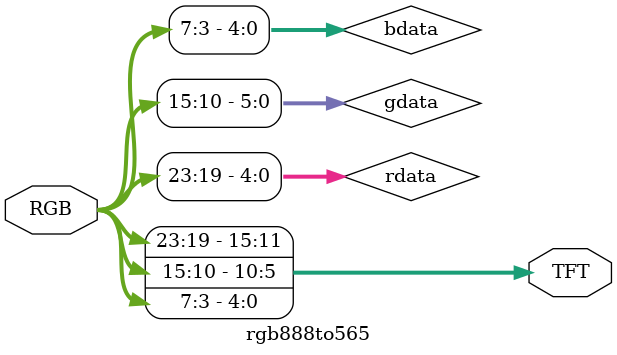
<source format=v>
`timescale 1ns / 1ps


module rgb888to565(
    input [23:0] RGB,
    output [15:0] TFT
    );
    wire [4:0] rdata;
    wire [5:0] gdata;
    wire [4:0] bdata;
    assign rdata = RGB[23:19];
    assign gdata = RGB[15:10];
    assign bdata = RGB[7:3];
    assign TFT = {rdata,gdata,bdata};
    
        
    
endmodule

</source>
